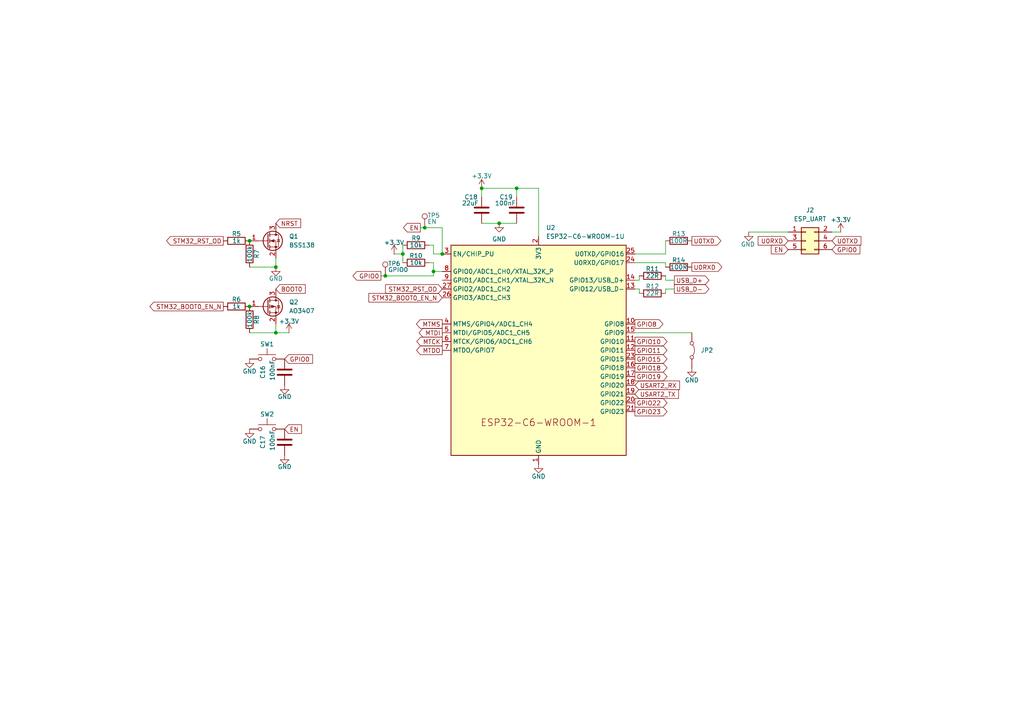
<source format=kicad_sch>
(kicad_sch (version 20250114) (generator "eeschema") (generator_version "9.0")
  (paper "A4")
  (title_block (title "IoT Logger A - ESP32 C6") (date "2026-01-24") (rev "1.0") (company "Piotr Kłyś"))
  (lib_symbols
    (symbol "Connector:TestPoint" (pin_numbers (hide yes)) (pin_names (offset 0.762) (hide yes))
      (property "Reference" "TP" (at 0 6.858 0))
      (property "Value" "TestPoint" (at 0 5.08 0))
      (symbol "TestPoint_0_1"
        (circle (center 0 3.302) (radius 0.762))
      )
      (symbol "TestPoint_1_1"
        (pin passive line (at 0 0 90) (length 2.54) (name "1") (number "1"))
      )
    )
    (symbol "Connector_Generic:Conn_02x03_Odd_Even" (pin_names (offset 1.016) (hide yes))
      (property "Reference" "J" (at 1.27 5.08 0))
      (property "Value" "Conn_02x03_Odd_Even" (at 1.27 -5.08 0))
      (symbol "Conn_02x03_Odd_Even_1_1"
        (rectangle (start -1.27 3.81) (end 3.81 -3.81) (stroke (width 0.254)) (fill (type background)))
        (rectangle (start -1.27 2.667) (end 0 2.413) (stroke (width 0.1524)))
        (rectangle (start -1.27 0.127) (end 0 -0.127) (stroke (width 0.1524)))
        (rectangle (start -1.27 -2.413) (end 0 -2.667) (stroke (width 0.1524)))
        (rectangle (start 3.81 2.667) (end 2.54 2.413) (stroke (width 0.1524)))
        (rectangle (start 3.81 0.127) (end 2.54 -0.127) (stroke (width 0.1524)))
        (rectangle (start 3.81 -2.413) (end 2.54 -2.667) (stroke (width 0.1524)))
        (pin passive line (at -5.08 2.54 0) (length 3.81) (name "Pin_1") (number "1"))
        (pin passive line (at -5.08 0 0) (length 3.81) (name "Pin_3") (number "3"))
        (pin passive line (at -5.08 -2.54 0) (length 3.81) (name "Pin_5") (number "5"))
        (pin passive line (at 7.62 2.54 180) (length 3.81) (name "Pin_2") (number "2"))
        (pin passive line (at 7.62 0 180) (length 3.81) (name "Pin_4") (number "4"))
        (pin passive line (at 7.62 -2.54 180) (length 3.81) (name "Pin_6") (number "6"))
      )
    )
    (symbol "Device:C" (pin_numbers (hide yes)) (pin_names (offset 0.254))
      (property "Reference" "C" (at 0.635 2.54 0))
      (property "Value" "C" (at 0.635 -2.54 0))
      (symbol "C_0_1"
        (polyline (pts (xy -2.032 0.762) (xy 2.032 0.762)) (stroke (width 0.508)))
        (polyline (pts (xy -2.032 -0.762) (xy 2.032 -0.762)) (stroke (width 0.508)))
      )
      (symbol "C_1_1"
        (pin passive line (at 0 3.81 270) (length 2.794) (name "~") (number "1"))
        (pin passive line (at 0 -3.81 90) (length 2.794) (name "~") (number "2"))
      )
    )
    (symbol "Device:R" (pin_numbers (hide yes)) (pin_names (offset 0))
      (property "Reference" "R" (at 2.032 0 90))
      (property "Value" "R" (at 0 0 90))
      (symbol "R_0_1"
        (rectangle (start -1.016 -2.54) (end 1.016 2.54) (stroke (width 0.254)))
      )
      (symbol "R_1_1"
        (pin passive line (at 0 3.81 270) (length 1.27) (name "~") (number "1"))
        (pin passive line (at 0 -3.81 90) (length 1.27) (name "~") (number "2"))
      )
    )
    (symbol "Jumper:Jumper_2_Bridged" (pin_numbers (hide yes)) (pin_names (offset 0) (hide yes))
      (property "Reference" "JP" (at 0 1.905 0))
      (property "Value" "Jumper_2_Bridged" (at 0 -2.54 0))
      (symbol "Jumper_2_Bridged_0_0"
        (circle (center -2.032 0) (radius 0.508))
        (circle (center 2.032 0) (radius 0.508))
      )
      (symbol "Jumper_2_Bridged_0_1"
        (arc (start -1.524 0.254) (mid 0 0.762) (end 1.524 0.254))
      )
      (symbol "Jumper_2_Bridged_1_1"
        (pin passive line (at -5.08 0 0) (length 2.54) (name "A") (number "1"))
        (pin passive line (at 5.08 0 180) (length 2.54) (name "B") (number "2"))
      )
    )
    (symbol "PCM_Espressif:ESP32-C6-WROOM-1"
      (property "Reference" "U" (at -25.4 35.56 0))
      (property "Value" "ESP32-C6-WROOM-1" (at -25.4 33.02 0))
      (symbol "ESP32-C6-WROOM-1_0_0"
        (text "ESP32-C6-WROOM-1" (at 0 -20.955 0) (effects (font (size 2 2))))
      )
      (symbol "ESP32-C6-WROOM-1_0_1"
        (rectangle (start -25.4 30.48) (end 25.4 -30.48) (stroke (width 0.254)) (fill (type background)))
      )
      (symbol "ESP32-C6-WROOM-1_1_1"
        (pin input line (at -27.94 27.94 0) (length 2.54) (name "EN/CHIP_PU") (number "3"))
        (pin bidirectional line (at -27.94 22.86 0) (length 2.54) (name "GPIO0/ADC1_CH0/XTAL_32K_P") (number "8"))
        (pin bidirectional line (at -27.94 20.32 0) (length 2.54) (name "GPIO1/ADC1_CH1/XTAL_32K_N") (number "9"))
        (pin bidirectional line (at -27.94 17.78 0) (length 2.54) (name "GPIO2/ADC1_CH2") (number "27"))
        (pin bidirectional line (at -27.94 15.24 0) (length 2.54) (name "GPIO3/ADC1_CH3") (number "26"))
        (pin bidirectional line (at -27.94 7.62 0) (length 2.54) (name "MTMS/GPIO4/ADC1_CH4") (number "4"))
        (pin bidirectional line (at -27.94 5.08 0) (length 2.54) (name "MTDI/GPIO5/ADC1_CH5") (number "5"))
        (pin bidirectional line (at -27.94 2.54 0) (length 2.54) (name "MTCK/GPIO6/ADC1_CH6") (number "6"))
        (pin bidirectional line (at -27.94 0 0) (length 2.54) (name "MTDO/GPIO7") (number "7"))
        (pin no_connect line (at -25.4 -12.7 0) (length 2.54) (hide yes) (name "NC") (number "22"))
        (pin power_in line (at 0 33.02 270) (length 2.54) (name "3V3") (number "2"))
        (pin power_in line (at 0 -33.02 90) (length 2.54) (name "GND") (number "1"))
        (pin passive line (at 0 -33.02 90) (length 2.54) (hide yes) (name "GND") (number "28"))
        (pin passive line (at 0 -33.02 90) (length 2.54) (hide yes) (name "GND") (number "29"))
        (pin bidirectional line (at 27.94 27.94 180) (length 2.54) (name "U0TXD/GPIO16") (number "25"))
        (pin bidirectional line (at 27.94 25.4 180) (length 2.54) (name "U0RXD/GPIO17") (number "24"))
        (pin bidirectional line (at 27.94 20.32 180) (length 2.54) (name "GPIO13/USB_D+") (number "14"))
        (pin bidirectional line (at 27.94 17.78 180) (length 2.54) (name "GPIO12/USB_D-") (number "13"))
        (pin bidirectional line (at 27.94 7.62 180) (length 2.54) (name "GPIO8") (number "10"))
        (pin bidirectional line (at 27.94 5.08 180) (length 2.54) (name "GPIO9") (number "15"))
        (pin bidirectional line (at 27.94 2.54 180) (length 2.54) (name "GPIO10") (number "11"))
        (pin bidirectional line (at 27.94 0 180) (length 2.54) (name "GPIO11") (number "12"))
        (pin bidirectional line (at 27.94 -2.54 180) (length 2.54) (name "GPIO15") (number "23"))
        (pin bidirectional line (at 27.94 -5.08 180) (length 2.54) (name "GPIO18") (number "16"))
        (pin bidirectional line (at 27.94 -7.62 180) (length 2.54) (name "GPIO19") (number "17"))
        (pin bidirectional line (at 27.94 -10.16 180) (length 2.54) (name "GPIO20") (number "18"))
        (pin bidirectional line (at 27.94 -12.7 180) (length 2.54) (name "GPIO21") (number "19"))
        (pin bidirectional line (at 27.94 -15.24 180) (length 2.54) (name "GPIO22") (number "20"))
        (pin bidirectional line (at 27.94 -17.78 180) (length 2.54) (name "GPIO23") (number "21"))
      )
    )
    (symbol "Switch:SW_Push" (pin_numbers (hide yes)) (pin_names (offset 1.016) (hide yes))
      (property "Reference" "SW" (at 1.27 2.54 0))
      (property "Value" "SW_Push" (at 0 -1.524 0))
      (symbol "SW_Push_0_1"
        (circle (center -2.032 0) (radius 0.508))
        (polyline (pts (xy 0 1.27) (xy 0 3.048)))
        (circle (center 2.032 0) (radius 0.508))
        (polyline (pts (xy 2.54 1.27) (xy -2.54 1.27)))
        (pin passive line (at -5.08 0 0) (length 2.54) (name "1") (number "1"))
        (pin passive line (at 5.08 0 180) (length 2.54) (name "2") (number "2"))
      )
    )
    (symbol "Transistor_FET:AO3401A" (pin_names (hide yes))
      (property "Reference" "Q" (at 5.08 1.905 0))
      (property "Value" "AO3401A" (at 5.08 0 0))
      (symbol "AO3401A_0_1"
        (polyline (pts (xy 0.254 1.905) (xy 0.254 -1.905)) (stroke (width 0.254)))
        (polyline (pts (xy 0.254 0) (xy -2.54 0)))
        (polyline (pts (xy 0.762 2.286) (xy 0.762 1.27)) (stroke (width 0.254)))
        (polyline (pts (xy 0.762 1.778) (xy 3.302 1.778) (xy 3.302 -1.778) (xy 0.762 -1.778)))
        (polyline (pts (xy 0.762 0.508) (xy 0.762 -0.508)) (stroke (width 0.254)))
        (polyline (pts (xy 0.762 -1.27) (xy 0.762 -2.286)) (stroke (width 0.254)))
        (circle (center 1.651 0) (radius 2.794) (stroke (width 0.254)))
        (polyline (pts (xy 2.286 0) (xy 1.27 0.381) (xy 1.27 -0.381) (xy 2.286 0)) (fill (type outline)))
        (polyline (pts (xy 2.54 2.54) (xy 2.54 1.778)))
        (circle (center 2.54 1.778) (radius 0.254) (fill (type outline)))
        (circle (center 2.54 -1.778) (radius 0.254) (fill (type outline)))
        (polyline (pts (xy 2.54 -2.54) (xy 2.54 0) (xy 0.762 0)))
        (polyline (pts (xy 2.794 -0.508) (xy 2.921 -0.381) (xy 3.683 -0.381) (xy 3.81 -0.254)))
        (polyline (pts (xy 3.302 -0.381) (xy 2.921 0.254) (xy 3.683 0.254) (xy 3.302 -0.381)))
      )
      (symbol "AO3401A_1_1"
        (pin input line (at -5.08 0 0) (length 2.54) (name "G") (number "1"))
        (pin passive line (at 2.54 5.08 270) (length 2.54) (name "D") (number "3"))
        (pin passive line (at 2.54 -5.08 90) (length 2.54) (name "S") (number "2"))
      )
    )
    (symbol "Transistor_FET:BSS138" (pin_names (offset 0) (hide yes))
      (property "Reference" "Q" (at 5.08 1.905 0))
      (property "Value" "BSS138" (at 5.08 0 0))
      (symbol "BSS138_0_1"
        (polyline (pts (xy 0.254 1.905) (xy 0.254 -1.905)) (stroke (width 0.254)))
        (polyline (pts (xy 0.254 0) (xy -2.54 0)))
        (polyline (pts (xy 0.762 2.286) (xy 0.762 1.27)) (stroke (width 0.254)))
        (polyline (pts (xy 0.762 0.508) (xy 0.762 -0.508)) (stroke (width 0.254)))
        (polyline (pts (xy 0.762 -1.27) (xy 0.762 -2.286)) (stroke (width 0.254)))
        (polyline (pts (xy 0.762 -1.778) (xy 3.302 -1.778) (xy 3.302 1.778) (xy 0.762 1.778)))
        (polyline (pts (xy 1.016 0) (xy 2.032 0.381) (xy 2.032 -0.381) (xy 1.016 0)) (fill (type outline)))
        (circle (center 1.651 0) (radius 2.794) (stroke (width 0.254)))
        (polyline (pts (xy 2.54 2.54) (xy 2.54 1.778)))
        (circle (center 2.54 1.778) (radius 0.254) (fill (type outline)))
        (circle (center 2.54 -1.778) (radius 0.254) (fill (type outline)))
        (polyline (pts (xy 2.54 -2.54) (xy 2.54 0) (xy 0.762 0)))
        (polyline (pts (xy 2.921 0.381) (xy 3.683 0.381)))
        (polyline (pts (xy 3.302 0.381) (xy 2.921 -0.254) (xy 3.683 -0.254) (xy 3.302 0.381)))
      )
      (symbol "BSS138_1_1"
        (pin input line (at -5.08 0 0) (length 2.54) (name "G") (number "1"))
        (pin passive line (at 2.54 5.08 270) (length 2.54) (name "D") (number "3"))
        (pin passive line (at 2.54 -5.08 90) (length 2.54) (name "S") (number "2"))
      )
    )
    (symbol "power:+3.3V" (power) (pin_numbers (hide yes)) (pin_names (offset 0) (hide yes))
      (property "Value" "+3.3V" (at 0 3.556 0))
      (symbol "+3.3V_0_1"
        (polyline (pts (xy -0.762 1.27) (xy 0 2.54)))
        (polyline (pts (xy 0 2.54) (xy 0.762 1.27)))
        (polyline (pts (xy 0 0) (xy 0 2.54)))
      )
      (symbol "+3.3V_1_1"
        (pin power_in line (at 0 0 90) (length 0) (name "~") (number "1"))
      )
    )
    (symbol "power:GND" (power) (pin_numbers (hide yes)) (pin_names (offset 0) (hide yes))
      (property "Value" "GND" (at 0 -3.81 0))
      (symbol "GND_0_1"
        (polyline (pts (xy 0 0) (xy 0 -1.27) (xy 1.27 -1.27) (xy 0 -2.54) (xy -1.27 -1.27) (xy 0 -1.27)))
      )
      (symbol "GND_1_1"
        (pin power_in line (at 0 0 270) (length 0) (name "~") (number "1"))
      )
    )
  )
  (junction (at 139.7 54.61))
  (junction (at 144.78 64.77))
  (junction (at 111.76 80.01))
  (junction (at 80.01 77.47))
  (junction (at 72.39 69.85))
  (junction (at 123.19 66.04))
  (junction (at 80.01 96.52))
  (junction (at 125.73 78.74))
  (junction (at 116.84 73.66))
  (junction (at 72.39 88.9))
  (junction (at 149.86 54.61))
  (junction (at 128.27 73.66))
  (wire (pts (xy 139.7 54.61) (xy 139.7 57.15)))
  (wire (pts (xy 125.73 71.12) (xy 125.73 73.66)))
  (wire (pts (xy 125.73 80.01) (xy 125.73 78.74)))
  (wire (pts (xy 149.86 57.15) (xy 149.86 54.61)))
  (wire (pts (xy 184.15 83.82) (xy 185.42 83.82)))
  (wire (pts (xy 80.01 96.52) (xy 83.82 96.52)))
  (wire (pts (xy 72.39 77.47) (xy 80.01 77.47)))
  (wire (pts (xy 125.73 73.66) (xy 128.27 73.66)))
  (wire (pts (xy 193.04 83.82) (xy 195.58 83.82)))
  (wire (pts (xy 193.04 81.28) (xy 195.58 81.28)))
  (wire (pts (xy 185.42 81.28) (xy 185.42 80.01)))
  (wire (pts (xy 217.17 67.31) (xy 228.6 67.31)))
  (wire (pts (xy 193.04 69.85) (xy 193.04 73.66)))
  (wire (pts (xy 193.04 77.47) (xy 193.04 76.2)))
  (wire (pts (xy 116.84 73.66) (xy 116.84 76.2)))
  (wire (pts (xy 128.27 66.04) (xy 128.27 73.66)))
  (wire (pts (xy 139.7 64.77) (xy 144.78 64.77)))
  (wire (pts (xy 193.04 76.2) (xy 184.15 76.2)))
  (wire (pts (xy 156.21 54.61) (xy 149.86 54.61)))
  (wire (pts (xy 184.15 96.52) (xy 200.66 96.52)))
  (wire (pts (xy 80.01 93.98) (xy 80.01 96.52)))
  (wire (pts (xy 80.01 77.47) (xy 80.01 74.93)))
  (wire (pts (xy 193.04 80.01) (xy 193.04 81.28)))
  (wire (pts (xy 114.3 73.66) (xy 116.84 73.66)))
  (wire (pts (xy 156.21 54.61) (xy 156.21 68.58)))
  (wire (pts (xy 184.15 81.28) (xy 185.42 81.28)))
  (wire (pts (xy 193.04 73.66) (xy 184.15 73.66)))
  (wire (pts (xy 111.76 80.01) (xy 125.73 80.01)))
  (wire (pts (xy 116.84 71.12) (xy 116.84 73.66)))
  (wire (pts (xy 121.92 66.04) (xy 123.19 66.04)))
  (wire (pts (xy 125.73 78.74) (xy 128.27 78.74)))
  (wire (pts (xy 124.46 76.2) (xy 125.73 76.2)))
  (wire (pts (xy 243.84 67.31) (xy 241.3 67.31)))
  (wire (pts (xy 144.78 64.77) (xy 149.86 64.77)))
  (wire (pts (xy 185.42 83.82) (xy 185.42 85.09)))
  (wire (pts (xy 193.04 85.09) (xy 193.04 83.82)))
  (wire (pts (xy 139.7 54.61) (xy 149.86 54.61)))
  (wire (pts (xy 124.46 71.12) (xy 125.73 71.12)))
  (wire (pts (xy 125.73 76.2) (xy 125.73 78.74)))
  (wire (pts (xy 123.19 66.04) (xy 128.27 66.04)))
  (wire (pts (xy 72.39 96.52) (xy 80.01 96.52)))
  (wire (pts (xy 110.49 80.01) (xy 111.76 80.01)))
  (global_label "STM32_RST_OD" (shape input) (at 128.27 83.82 180) (property "Intersheetrefs" "${INTERSHEET_REFS}" (effects (hide yes))))
  (global_label "GPIO0" (shape input) (at 241.3 72.39 0) (property "Intersheetrefs" "${INTERSHEET_REFS}" (effects (hide yes))))
  (global_label "EN" (shape input) (at 228.6 72.39 180) (property "Intersheetrefs" "${INTERSHEET_REFS}" (effects (hide yes))))
  (global_label "GPIO11" (shape output) (at 184.15 101.6 0) (property "Intersheetrefs" "${INTERSHEET_REFS}" (effects (hide yes))))
  (global_label "GPIO10" (shape output) (at 184.15 99.06 0) (property "Intersheetrefs" "${INTERSHEET_REFS}" (effects (hide yes))))
  (global_label "USB_D-" (shape output) (at 195.58 83.82 0) (property "Intersheetrefs" "${INTERSHEET_REFS}" (effects (hide yes))))
  (global_label "STM32_BOOT0_EN_N" (shape output) (at 64.77 88.9 180) (property "Intersheetrefs" "${INTERSHEET_REFS}" (effects (hide yes))))
  (global_label "GPIO22" (shape output) (at 184.15 116.84 0) (property "Intersheetrefs" "${INTERSHEET_REFS}" (effects (hide yes))))
  (global_label "U0TXD" (shape input) (at 241.3 69.85 0) (property "Intersheetrefs" "${INTERSHEET_REFS}" (effects (hide yes))))
  (global_label "NRST" (shape input) (at 80.01 64.77 0) (property "Intersheetrefs" "${INTERSHEET_REFS}" (effects (hide yes))))
  (global_label "MTMS" (shape output) (at 128.27 93.98 180) (property "Intersheetrefs" "${INTERSHEET_REFS}" (effects (hide yes))))
  (global_label "GPIO18" (shape output) (at 184.15 106.68 0) (property "Intersheetrefs" "${INTERSHEET_REFS}" (effects (hide yes))))
  (global_label "EN" (shape output) (at 121.92 66.04 180) (property "Intersheetrefs" "${INTERSHEET_REFS}" (effects (hide yes))))
  (global_label "GPIO15" (shape output) (at 184.15 104.14 0) (property "Intersheetrefs" "${INTERSHEET_REFS}" (effects (hide yes))))
  (global_label "U0RXD" (shape input) (at 228.6 69.85 180) (property "Intersheetrefs" "${INTERSHEET_REFS}" (effects (hide yes))))
  (global_label "GPIO0" (shape output) (at 110.49 80.01 180) (property "Intersheetrefs" "${INTERSHEET_REFS}" (effects (hide yes))))
  (global_label "MTDO" (shape output) (at 128.27 101.6 180) (property "Intersheetrefs" "${INTERSHEET_REFS}" (effects (hide yes))))
  (global_label "STM32_RST_OD" (shape output) (at 64.77 69.85 180) (property "Intersheetrefs" "${INTERSHEET_REFS}" (effects (hide yes))))
  (global_label "MTCK" (shape output) (at 128.27 99.06 180) (property "Intersheetrefs" "${INTERSHEET_REFS}" (effects (hide yes))))
  (global_label "BOOT0" (shape input) (at 80.01 83.82 0) (property "Intersheetrefs" "${INTERSHEET_REFS}" (effects (hide yes))))
  (global_label "GPIO23" (shape output) (at 184.15 119.38 0) (property "Intersheetrefs" "${INTERSHEET_REFS}" (effects (hide yes))))
  (global_label "EN" (shape input) (at 82.55 124.46 0) (property "Intersheetrefs" "${INTERSHEET_REFS}" (effects (hide yes))))
  (global_label "USART2_RX" (shape input) (at 184.15 111.76 0) (property "Intersheetrefs" "${INTERSHEET_REFS}" (effects (hide yes))))
  (global_label "U0TXD" (shape output) (at 200.66 69.85 0) (property "Intersheetrefs" "${INTERSHEET_REFS}" (effects (hide yes))))
  (global_label "GPIO8" (shape output) (at 184.15 93.98 0) (property "Intersheetrefs" "${INTERSHEET_REFS}" (effects (hide yes))))
  (global_label "U0RXD" (shape output) (at 200.66 77.47 0) (property "Intersheetrefs" "${INTERSHEET_REFS}" (effects (hide yes))))
  (global_label "USB_D+" (shape output) (at 195.58 81.28 0) (property "Intersheetrefs" "${INTERSHEET_REFS}" (effects (hide yes))))
  (global_label "USART2_TX" (shape input) (at 184.15 114.3 0) (property "Intersheetrefs" "${INTERSHEET_REFS}" (effects (hide yes))))
  (global_label "MTDI" (shape output) (at 128.27 96.52 180) (property "Intersheetrefs" "${INTERSHEET_REFS}" (effects (hide yes))))
  (global_label "STM32_BOOT0_EN_N" (shape input) (at 128.27 86.36 180) (property "Intersheetrefs" "${INTERSHEET_REFS}" (effects (hide yes))))
  (global_label "GPIO0" (shape input) (at 82.55 104.14 0) (property "Intersheetrefs" "${INTERSHEET_REFS}" (effects (hide yes))))
  (global_label "GPIO19" (shape output) (at 184.15 109.22 0) (property "Intersheetrefs" "${INTERSHEET_REFS}" (effects (hide yes))))
  (symbol (lib_id "Device:R") (at 68.58 69.85 270) (unit 1)
    (property "Reference" "R5" (at 68.58 67.818 90))
    (property "Value" "1k" (at 68.58 69.85 90))
    (property "Footprint" "Resistor_SMD:R_0603_1608Metric" (effects (hide yes)))
    (property "Description" "Resistor" (effects (hide yes)))
  )
  (symbol (lib_id "power:GND") (at 80.01 77.47 0) (unit 1)
    (property "Reference" "#PWR027" (effects (hide yes)))
    (property "Value" "GND" (at 80.01 80.772 0))
    (property "Description" "Power symbol creates a global label with name \"GND\" , ground" (effects (hide yes)))
  )
  (symbol (lib_id "Device:C") (at 149.86 60.96 0) (unit 1)
    (property "Reference" "C19" (at 146.812 57.15 0))
    (property "Value" "100nF" (at 146.558 58.928 0))
    (property "Footprint" "Capacitor_SMD:C_0603_1608Metric" (effects (hide yes)))
    (property "Description" "Unpolarized capacitor" (effects (hide yes)))
  )
  (symbol (lib_id "power:GND") (at 82.55 111.76 0) (unit 1)
    (property "Reference" "#PWR028" (effects (hide yes)))
    (property "Value" "GND" (at 82.55 115.062 0))
    (property "Description" "Power symbol creates a global label with name \"GND\" , ground" (effects (hide yes)))
  )
  (symbol (lib_id "power:GND") (at 200.66 106.68 0) (unit 1)
    (property "Reference" "#PWR035" (effects (hide yes)))
    (property "Value" "GND" (at 200.66 110.236 0))
    (property "Description" "Power symbol creates a global label with name \"GND\" , ground" (effects (hide yes)))
  )
  (symbol (lib_id "power:GND") (at 144.78 64.77 0) (unit 1)
    (property "Reference" "#PWR033" (effects (hide yes)))
    (property "Value" "GND" (at 144.78 69.342 0))
    (property "Description" "Power symbol creates a global label with name \"GND\" , ground" (effects (hide yes)))
  )
  (symbol (lib_id "power:+3.3V") (at 114.3 73.66 0) (unit 1)
    (property "Reference" "#PWR031" (effects (hide yes)))
    (property "Value" "+3.3V" (at 114.3 70.358 0))
    (property "Description" "Power symbol creates a global label with name \"+3.3V\"" (effects (hide yes)))
  )
  (symbol (lib_id "Switch:SW_Push") (at 77.47 124.46 0) (unit 1)
    (property "Reference" "SW2" (at 77.47 120.142 0))
    (property "Value" "Tact Switch 6x6mm / 13mm" (effects (hide yes)))
    (property "Footprint" "Button_Switch_THT:SW_PUSH_6mm" (effects (hide yes)))
    (property "Description" "Push button switch, generic, two pins" (effects (hide yes)))
  )
  (symbol (lib_id "Device:R") (at 72.39 73.66 180) (unit 1)
    (property "Reference" "R7" (at 74.422 73.66 90))
    (property "Value" "100k" (at 72.39 73.66 90))
    (property "Footprint" "Resistor_SMD:R_0603_1608Metric" (effects (hide yes)))
    (property "Description" "Resistor" (effects (hide yes)))
  )
  (symbol (lib_id "Switch:SW_Push") (at 77.47 104.14 0) (unit 1)
    (property "Reference" "SW1" (at 77.47 99.822 0))
    (property "Value" "Tact Switch 6x6mm / 13mm" (effects (hide yes)))
    (property "Footprint" "Button_Switch_THT:SW_PUSH_6mm" (effects (hide yes)))
    (property "Description" "Push button switch, generic, two pins" (effects (hide yes)))
  )
  (symbol (lib_id "Connector_Generic:Conn_02x03_Odd_Even") (at 233.68 69.85 0) (unit 1)
    (property "Reference" "J2" (at 234.95 60.96 0))
    (property "Value" "ESP_UART" (at 234.95 63.5 0))
    (property "Footprint" "Connector_IDC:IDC-Header_2x03_P2.54mm_Vertical" (effects (hide yes)))
    (property "Description" "Generic connector, double row, 02x03, odd/even pin numbering scheme (row 1 odd numbers, row 2 even numbers), script generated (kicad-library-utils/schlib/autogen/connector/)" (effects (hide yes)))
  )
  (symbol (lib_id "Device:C") (at 82.55 107.95 0) (unit 1)
    (property "Reference" "C16" (at 76.2 107.95 90))
    (property "Value" "100nF" (at 78.994 107.442 90))
    (property "Footprint" "Capacitor_SMD:C_0603_1608Metric" (effects (hide yes)))
    (property "Description" "Unpolarized capacitor" (effects (hide yes)))
  )
  (symbol (lib_id "Jumper:Jumper_2_Bridged") (at 200.66 101.6 270) (unit 1)
    (property "Reference" "JP2" (at 203.2 101.5999 90) (effects (justify left)))
    (property "Value" "Jumper_2_Bridged" (effects (hide yes)))
    (property "Footprint" "Connector_PinHeader_2.54mm:PinHeader_1x02_P2.54mm_Vertical" (effects (hide yes)))
    (property "Description" "Jumper, 2-pole, closed/bridged" (effects (hide yes)))
  )
  (symbol (lib_id "Device:R") (at 196.85 77.47 270) (unit 1)
    (property "Reference" "R14" (at 196.85 75.438 90))
    (property "Value" "100R" (at 196.85 77.47 90))
    (property "Footprint" "Resistor_SMD:R_0603_1608Metric" (effects (hide yes)))
    (property "Description" "Resistor" (effects (hide yes)))
  )
  (symbol (lib_id "power:GND") (at 156.21 134.62 0) (unit 1)
    (property "Reference" "#PWR034" (effects (hide yes)))
    (property "Value" "GND" (at 156.21 138.176 0))
    (property "Description" "Power symbol creates a global label with name \"GND\" , ground" (effects (hide yes)))
  )
  (symbol (lib_id "Device:R") (at 120.65 71.12 270) (unit 1)
    (property "Reference" "R9" (at 120.65 69.088 90))
    (property "Value" "10k" (at 120.65 71.12 90))
    (property "Footprint" "Resistor_SMD:R_0603_1608Metric" (effects (hide yes)))
    (property "Description" "Resistor" (effects (hide yes)))
  )
  (symbol (lib_id "power:GND") (at 72.39 104.14 0) (unit 1)
    (property "Reference" "#PWR025" (effects (hide yes)))
    (property "Value" "GND" (at 72.39 107.696 0))
    (property "Description" "Power symbol creates a global label with name \"GND\" , ground" (effects (hide yes)))
  )
  (symbol (lib_id "Device:R") (at 72.39 92.71 180) (unit 1)
    (property "Reference" "R8" (at 74.422 92.71 90))
    (property "Value" "100k" (at 72.39 92.71 90))
    (property "Footprint" "Resistor_SMD:R_0603_1608Metric" (effects (hide yes)))
    (property "Description" "Resistor" (effects (hide yes)))
  )
  (symbol (lib_id "Transistor_FET:AO3401A") (at 77.47 88.9 0) (unit 1)
    (property "Reference" "Q2" (at 83.82 87.6299 0) (effects (justify left)))
    (property "Value" "AO3407" (at 83.82 90.1699 0) (effects (justify left)))
    (property "Footprint" "Package_TO_SOT_SMD:SOT-23" (effects (hide yes)))
    (property "Datasheet" "http://www.aosmd.com/pdfs/datasheet/AO3401A.pdf" (effects (hide yes)))
    (property "Description" "-4.0A Id, -30V Vds, P-Channel MOSFET, SOT-23" (effects (hide yes)))
  )
  (symbol (lib_id "Connector:TestPoint") (at 111.76 80.01 0) (unit 1)
    (property "Reference" "TP6" (at 112.522 76.454 0) (effects (justify left)))
    (property "Value" "GPIO0" (at 112.522 78.232 0) (effects (justify left)))
    (property "Footprint" "TestPoint:TestPoint_Pad_D1.5mm" (effects (hide yes)))
    (property "Description" "test point" (effects (hide yes)))
  )
  (symbol (lib_id "Device:R") (at 120.65 76.2 270) (unit 1)
    (property "Reference" "R10" (at 120.65 74.168 90))
    (property "Value" "10k" (at 120.65 76.2 90))
    (property "Footprint" "Resistor_SMD:R_0603_1608Metric" (effects (hide yes)))
    (property "Description" "Resistor" (effects (hide yes)))
  )
  (symbol (lib_id "Transistor_FET:BSS138") (at 77.47 69.85 0) (unit 1)
    (property "Reference" "Q1" (at 83.82 68.5799 0) (effects (justify left)))
    (property "Value" "BSS138" (at 83.82 71.1199 0) (effects (justify left)))
    (property "Footprint" "Package_TO_SOT_SMD:SOT-23" (effects (hide yes)))
    (property "Datasheet" "https://www.onsemi.com/pub/Collateral/BSS138-D.PDF" (effects (hide yes)))
    (property "Description" "50V Vds, 0.22A Id, N-Channel MOSFET, SOT-23" (effects (hide yes)))
  )
  (symbol (lib_id "Device:R") (at 189.23 85.09 270) (unit 1)
    (property "Reference" "R12" (at 189.23 83.058 90))
    (property "Value" "22R" (at 189.23 85.09 90))
    (property "Footprint" "Resistor_SMD:R_0603_1608Metric" (effects (hide yes)))
    (property "Description" "Resistor" (effects (hide yes)))
  )
  (symbol (lib_id "Device:R") (at 68.58 88.9 270) (unit 1)
    (property "Reference" "R6" (at 68.58 86.868 90))
    (property "Value" "1k" (at 68.58 88.9 90))
    (property "Footprint" "Resistor_SMD:R_0603_1608Metric" (effects (hide yes)))
    (property "Description" "Resistor" (effects (hide yes)))
  )
  (symbol (lib_id "power:+3.3V") (at 139.7 54.61 0) (unit 1)
    (property "Reference" "#PWR032" (effects (hide yes)))
    (property "Value" "+3.3V" (at 139.7 51.054 0))
    (property "Description" "Power symbol creates a global label with name \"+3.3V\"" (effects (hide yes)))
  )
  (symbol (lib_id "PCM_Espressif:ESP32-C6-WROOM-1") (at 156.21 101.6 0) (unit 1)
    (property "Reference" "U2" (at 158.3533 66.04 0) (effects (justify left)))
    (property "Value" "ESP32-C6-WROOM-1U" (at 158.3533 68.58 0) (effects (justify left)))
    (property "Footprint" "PCM_Espressif:ESP32-C6-WROOM-1U" (effects (hide yes)))
    (property "Datasheet" "https://www.espressif.com/sites/default/files/documentation/esp32-c6-wroom-1_wroom-1u_datasheet_en.pdf" (effects (hide yes)))
    (property "Description" "ESP32-C6-WROOM-1/U is a module that supports 2.4 GHz Wi-Fi 6 (802.11 ax), Bluetooth® 5 (LE), Zigbee and Thread (802.15.4)" (effects (hide yes)))
  )
  (symbol (lib_id "Connector:TestPoint") (at 123.19 66.04 0) (unit 1)
    (property "Reference" "TP5" (at 123.952 62.484 0) (effects (justify left)))
    (property "Value" "EN" (at 123.952 64.262 0) (effects (justify left)))
    (property "Footprint" "TestPoint:TestPoint_Pad_D1.5mm" (effects (hide yes)))
    (property "Description" "test point" (effects (hide yes)))
  )
  (symbol (lib_id "Device:R") (at 196.85 69.85 270) (unit 1)
    (property "Reference" "R13" (at 196.85 67.818 90))
    (property "Value" "100R" (at 196.85 69.85 90))
    (property "Footprint" "Resistor_SMD:R_0603_1608Metric" (effects (hide yes)))
    (property "Description" "Resistor" (effects (hide yes)))
  )
  (symbol (lib_id "power:+3.3V") (at 83.82 96.52 0) (unit 1)
    (property "Reference" "#PWR030" (effects (hide yes)))
    (property "Value" "+3.3V" (at 83.82 93.218 0))
    (property "Description" "Power symbol creates a global label with name \"+3.3V\"" (effects (hide yes)))
  )
  (symbol (lib_id "Device:C") (at 139.7 60.96 0) (unit 1)
    (property "Reference" "C18" (at 136.652 57.15 0))
    (property "Value" "22uF" (at 136.398 58.928 0))
    (property "Footprint" "Capacitor_SMD:C_0603_1608Metric" (effects (hide yes)))
    (property "Description" "Unpolarized capacitor" (effects (hide yes)))
  )
  (symbol (lib_id "Device:R") (at 189.23 80.01 270) (unit 1)
    (property "Reference" "R11" (at 189.23 77.978 90))
    (property "Value" "22R" (at 189.23 80.01 90))
    (property "Footprint" "Resistor_SMD:R_0603_1608Metric" (effects (hide yes)))
    (property "Description" "Resistor" (effects (hide yes)))
  )
  (symbol (lib_id "power:+3.3V") (at 243.84 67.31 0) (unit 1)
    (property "Reference" "#PWR037" (effects (hide yes)))
    (property "Value" "+3.3V" (at 243.84 63.754 0))
    (property "Description" "Power symbol creates a global label with name \"+3.3V\"" (effects (hide yes)))
  )
  (symbol (lib_id "power:GND") (at 72.39 124.46 0) (unit 1)
    (property "Reference" "#PWR026" (effects (hide yes)))
    (property "Value" "GND" (at 72.39 128.016 0))
    (property "Description" "Power symbol creates a global label with name \"GND\" , ground" (effects (hide yes)))
  )
  (symbol (lib_id "Device:C") (at 82.55 128.27 0) (unit 1)
    (property "Reference" "C17" (at 76.2 128.27 90))
    (property "Value" "100nF" (at 78.994 127.762 90))
    (property "Footprint" "Capacitor_SMD:C_0603_1608Metric" (effects (hide yes)))
    (property "Description" "Unpolarized capacitor" (effects (hide yes)))
  )
  (symbol (lib_id "power:GND") (at 217.17 67.31 0) (unit 1)
    (property "Reference" "#PWR036" (effects (hide yes)))
    (property "Value" "GND" (at 216.916 70.866 0))
    (property "Description" "Power symbol creates a global label with name \"GND\" , ground" (effects (hide yes)))
  )
  (symbol (lib_id "power:GND") (at 82.55 132.08 0) (unit 1)
    (property "Reference" "#PWR029" (effects (hide yes)))
    (property "Value" "GND" (at 82.55 135.382 0))
    (property "Description" "Power symbol creates a global label with name \"GND\" , ground" (effects (hide yes)))
  )
)
</source>
